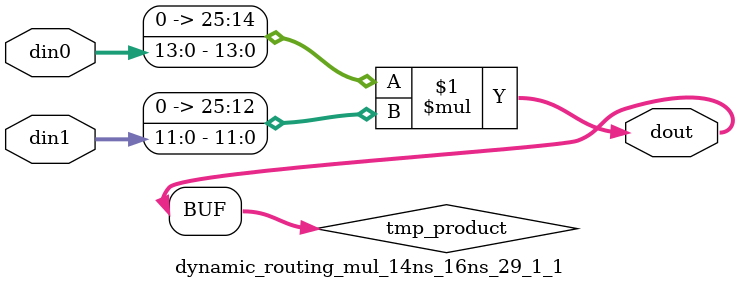
<source format=v>

`timescale 1 ns / 1 ps

 module dynamic_routing_mul_14ns_16ns_29_1_1(din0, din1, dout);
parameter ID = 1;
parameter NUM_STAGE = 0;
parameter din0_WIDTH = 14;
parameter din1_WIDTH = 12;
parameter dout_WIDTH = 26;

input [din0_WIDTH - 1 : 0] din0; 
input [din1_WIDTH - 1 : 0] din1; 
output [dout_WIDTH - 1 : 0] dout;

wire signed [dout_WIDTH - 1 : 0] tmp_product;
























assign tmp_product = $signed({1'b0, din0}) * $signed({1'b0, din1});











assign dout = tmp_product;





















endmodule

</source>
